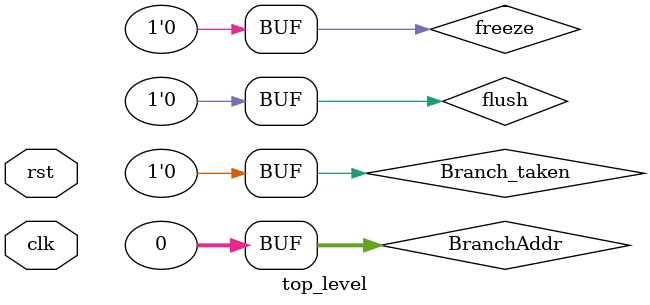
<source format=v>
module top_level(input rst, clk);
    wire [31:0] pc_1, pc_2, pc_3, pc_4, pc_5, Instruction, BranchAddr;
    wire freeze, flush, Branch_taken;
    assign freeze = 1'b0;
    assign flush = 1'b0;
    assign Branch_taken = 1'b0;
    assign BranchAddr = 32'b0;

    IF_Module if_module(
        rst, clk, freeze, flush, Branch_taken, BranchAddr, pc_1, Instruction
    );
    ID_Module id_module(rst, clk, pc_1, pc_2);
    EXE_Module exe_module(rst, clk, pc_2, pc_3);
    MEM_Module mem_module(rst, clk, pc_3, pc_4);
    WB_Stage wb_module(rst, clk, pc_4, pc_5);

endmodule
</source>
